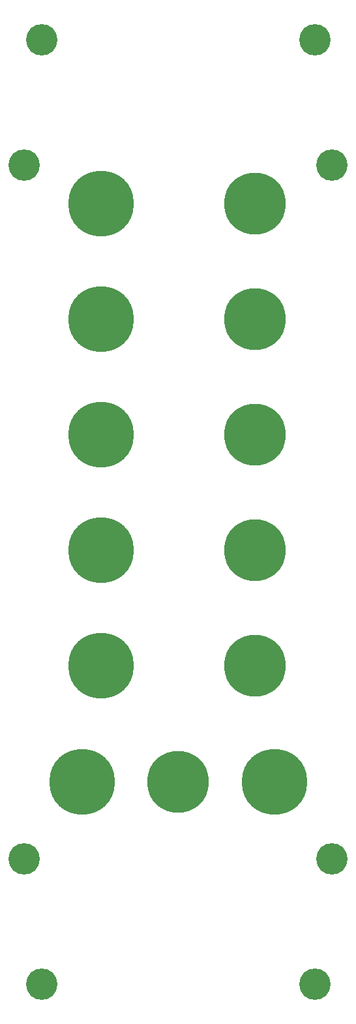
<source format=gbl>
G04 #@! TF.GenerationSoftware,KiCad,Pcbnew,(5.1.0)-1*
G04 #@! TF.CreationDate,2019-05-27T17:54:16-04:00*
G04 #@! TF.ProjectId,VCA_Panel,5643415f-5061-46e6-956c-2e6b69636164,rev?*
G04 #@! TF.SameCoordinates,Original*
G04 #@! TF.FileFunction,Copper,L2,Bot*
G04 #@! TF.FilePolarity,Positive*
%FSLAX46Y46*%
G04 Gerber Fmt 4.6, Leading zero omitted, Abs format (unit mm)*
G04 Created by KiCad (PCBNEW (5.1.0)-1) date 2019-05-27 17:54:16*
%MOMM*%
%LPD*%
G04 APERTURE LIST*
%ADD10C,4.064000*%
%ADD11C,8.500000*%
%ADD12C,8.000000*%
G04 APERTURE END LIST*
D10*
X35250000Y-139250000D03*
X73000000Y-155500000D03*
X73000000Y-33000000D03*
X75250000Y-139250000D03*
X37500000Y-155500000D03*
X75250000Y-49250000D03*
X37500000Y-33000000D03*
X35250000Y-49250000D03*
D11*
X45250000Y-84250000D03*
X45250000Y-69250000D03*
X45250000Y-54250000D03*
X45250000Y-99250000D03*
X42750000Y-129250000D03*
X45250000Y-114250000D03*
X67750000Y-129250000D03*
D12*
X65250000Y-114250000D03*
X65250000Y-99250000D03*
X65250000Y-84250000D03*
X65250000Y-54250000D03*
X65250000Y-69250000D03*
X55250000Y-129250000D03*
M02*

</source>
